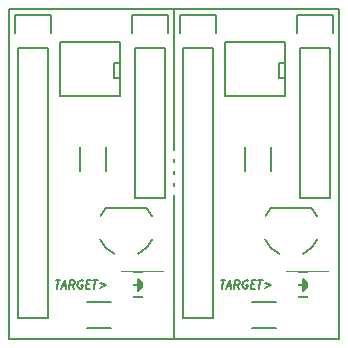
<source format=gbr>
%TF.GenerationSoftware,KiCad,Pcbnew,4.0.1+dfsg1-stable*%
%TF.CreationDate,2016-02-24T22:56:22+01:00*%
%TF.ProjectId,iotad,696F7461642E6B696361645F70636200,rev?*%
%TF.FileFunction,Legend,Top*%
%FSLAX46Y46*%
G04 Gerber Fmt 4.6, Leading zero omitted, Abs format (unit mm)*
G04 Created by KiCad (PCBNEW 4.0.1+dfsg1-stable) date Wed 24 Feb 2016 10:56:22 PM CET*
%MOMM*%
G01*
G04 APERTURE LIST*
%ADD10C,0.100000*%
%ADD11C,0.175000*%
%ADD12C,0.150000*%
%ADD13C,1.924000*%
%ADD14R,0.908000X1.543000*%
%ADD15R,2.100000X2.400000*%
%ADD16R,2.400000X2.100000*%
%ADD17R,2.432000X2.127200*%
%ADD18O,2.432000X2.127200*%
%ADD19R,1.997660X2.200860*%
G04 APERTURE END LIST*
D10*
D11*
X155057251Y-124584667D02*
X155457251Y-124584667D01*
X155169751Y-125284667D02*
X155257251Y-124584667D01*
X155594750Y-125084667D02*
X155928084Y-125084667D01*
X155503084Y-125284667D02*
X155823917Y-124584667D01*
X155969750Y-125284667D01*
X156603084Y-125284667D02*
X156411416Y-124951333D01*
X156203084Y-125284667D02*
X156290584Y-124584667D01*
X156557250Y-124584667D01*
X156619750Y-124618000D01*
X156648916Y-124651333D01*
X156673917Y-124718000D01*
X156661417Y-124818000D01*
X156619750Y-124884667D01*
X156582250Y-124918000D01*
X156511416Y-124951333D01*
X156244750Y-124951333D01*
X157353083Y-124618000D02*
X157290584Y-124584667D01*
X157190584Y-124584667D01*
X157086417Y-124618000D01*
X157011417Y-124684667D01*
X156969750Y-124751333D01*
X156919750Y-124884667D01*
X156907250Y-124984667D01*
X156923917Y-125118000D01*
X156948917Y-125184667D01*
X157007250Y-125251333D01*
X157103084Y-125284667D01*
X157169750Y-125284667D01*
X157273916Y-125251333D01*
X157311417Y-125218000D01*
X157340584Y-124984667D01*
X157207250Y-124984667D01*
X157648917Y-124918000D02*
X157882250Y-124918000D01*
X157936417Y-125284667D02*
X157603084Y-125284667D01*
X157690584Y-124584667D01*
X158023917Y-124584667D01*
X158223917Y-124584667D02*
X158623917Y-124584667D01*
X158336417Y-125284667D02*
X158423917Y-124584667D01*
X158828083Y-124818000D02*
X159336416Y-125018000D01*
X158778083Y-125218000D01*
X141087251Y-124584667D02*
X141487251Y-124584667D01*
X141199751Y-125284667D02*
X141287251Y-124584667D01*
X141624750Y-125084667D02*
X141958084Y-125084667D01*
X141533084Y-125284667D02*
X141853917Y-124584667D01*
X141999750Y-125284667D01*
X142633084Y-125284667D02*
X142441416Y-124951333D01*
X142233084Y-125284667D02*
X142320584Y-124584667D01*
X142587250Y-124584667D01*
X142649750Y-124618000D01*
X142678916Y-124651333D01*
X142703917Y-124718000D01*
X142691417Y-124818000D01*
X142649750Y-124884667D01*
X142612250Y-124918000D01*
X142541416Y-124951333D01*
X142274750Y-124951333D01*
X143383083Y-124618000D02*
X143320584Y-124584667D01*
X143220584Y-124584667D01*
X143116417Y-124618000D01*
X143041417Y-124684667D01*
X142999750Y-124751333D01*
X142949750Y-124884667D01*
X142937250Y-124984667D01*
X142953917Y-125118000D01*
X142978917Y-125184667D01*
X143037250Y-125251333D01*
X143133084Y-125284667D01*
X143199750Y-125284667D01*
X143303916Y-125251333D01*
X143341417Y-125218000D01*
X143370584Y-124984667D01*
X143237250Y-124984667D01*
X143678917Y-124918000D02*
X143912250Y-124918000D01*
X143966417Y-125284667D02*
X143633084Y-125284667D01*
X143720584Y-124584667D01*
X144053917Y-124584667D01*
X144253917Y-124584667D02*
X144653917Y-124584667D01*
X144366417Y-125284667D02*
X144453917Y-124584667D01*
X144858083Y-124818000D02*
X145366416Y-125018000D01*
X144808083Y-125218000D01*
D12*
X151130000Y-116332000D02*
X151130000Y-116586000D01*
X151130000Y-115316000D02*
X151130000Y-115570000D01*
X151130000Y-114300000D02*
X151130000Y-114554000D01*
X151130000Y-113538000D02*
X151130000Y-101600000D01*
X151130000Y-129540000D02*
X151130000Y-117348000D01*
X165100000Y-101600000D02*
X165100000Y-129540000D01*
X137160000Y-129540000D02*
X165100000Y-129540000D01*
X137160000Y-101600000D02*
X137160000Y-129540000D01*
X137160000Y-101600000D02*
X165100000Y-101600000D01*
X162036000Y-122342000D02*
G75*
G03X163236000Y-121142000I-1000000J2200000D01*
G01*
X160036001Y-122342000D02*
G75*
G02X158836000Y-121142000I999999J2200000D01*
G01*
X163223695Y-119145010D02*
G75*
G03X162736000Y-118442000I-2187695J-996990D01*
G01*
X158848305Y-119145010D02*
G75*
G02X159336000Y-118442000I2187695J-996990D01*
G01*
X162736000Y-118442000D02*
X159336000Y-118442000D01*
X160528000Y-108966000D02*
X155448000Y-108966000D01*
X155448000Y-108966000D02*
X155448000Y-104394000D01*
X155448000Y-104394000D02*
X160528000Y-104394000D01*
X160528000Y-104394000D02*
X160528000Y-108966000D01*
X160528000Y-107442000D02*
X160020000Y-107442000D01*
X160020000Y-107442000D02*
X160020000Y-106172000D01*
X160020000Y-106172000D02*
X160528000Y-106172000D01*
X157167000Y-115300000D02*
X157167000Y-113300000D01*
X159317000Y-113300000D02*
X159317000Y-115300000D01*
X157750000Y-126433000D02*
X159750000Y-126433000D01*
X159750000Y-128583000D02*
X157750000Y-128583000D01*
X164338000Y-104902000D02*
X164338000Y-117602000D01*
X164338000Y-117602000D02*
X161798000Y-117602000D01*
X161798000Y-117602000D02*
X161798000Y-104902000D01*
X164618000Y-102082000D02*
X164618000Y-103632000D01*
X164338000Y-104902000D02*
X161798000Y-104902000D01*
X161518000Y-103632000D02*
X161518000Y-102082000D01*
X161518000Y-102082000D02*
X164618000Y-102082000D01*
X154432000Y-104902000D02*
X154432000Y-127762000D01*
X154432000Y-127762000D02*
X151892000Y-127762000D01*
X151892000Y-127762000D02*
X151892000Y-104902000D01*
X154712000Y-102082000D02*
X154712000Y-103632000D01*
X154432000Y-104902000D02*
X151892000Y-104902000D01*
X151612000Y-103632000D02*
X151612000Y-102082000D01*
X151612000Y-102082000D02*
X154712000Y-102082000D01*
X164202000Y-123918000D02*
X160602000Y-123918000D01*
X164202000Y-126018000D02*
X160602000Y-126018000D01*
X162152000Y-125268000D02*
X162152000Y-124668000D01*
X162152000Y-124668000D02*
X162452000Y-124968000D01*
X162452000Y-124968000D02*
X162252000Y-125168000D01*
X162252000Y-125168000D02*
X162252000Y-124918000D01*
X162252000Y-124918000D02*
X162302000Y-124968000D01*
X162552000Y-125468000D02*
X162552000Y-124468000D01*
X162052000Y-124968000D02*
X161552000Y-124968000D01*
X162552000Y-124968000D02*
X162052000Y-125468000D01*
X162052000Y-125468000D02*
X162052000Y-124468000D01*
X162052000Y-124468000D02*
X162552000Y-124968000D01*
X150232000Y-123918000D02*
X146632000Y-123918000D01*
X150232000Y-126018000D02*
X146632000Y-126018000D01*
X148182000Y-125268000D02*
X148182000Y-124668000D01*
X148182000Y-124668000D02*
X148482000Y-124968000D01*
X148482000Y-124968000D02*
X148282000Y-125168000D01*
X148282000Y-125168000D02*
X148282000Y-124918000D01*
X148282000Y-124918000D02*
X148332000Y-124968000D01*
X148582000Y-125468000D02*
X148582000Y-124468000D01*
X148082000Y-124968000D02*
X147582000Y-124968000D01*
X148582000Y-124968000D02*
X148082000Y-125468000D01*
X148082000Y-125468000D02*
X148082000Y-124468000D01*
X148082000Y-124468000D02*
X148582000Y-124968000D01*
X140462000Y-104902000D02*
X140462000Y-127762000D01*
X140462000Y-127762000D02*
X137922000Y-127762000D01*
X137922000Y-127762000D02*
X137922000Y-104902000D01*
X140742000Y-102082000D02*
X140742000Y-103632000D01*
X140462000Y-104902000D02*
X137922000Y-104902000D01*
X137642000Y-103632000D02*
X137642000Y-102082000D01*
X137642000Y-102082000D02*
X140742000Y-102082000D01*
X150368000Y-104902000D02*
X150368000Y-117602000D01*
X150368000Y-117602000D02*
X147828000Y-117602000D01*
X147828000Y-117602000D02*
X147828000Y-104902000D01*
X150648000Y-102082000D02*
X150648000Y-103632000D01*
X150368000Y-104902000D02*
X147828000Y-104902000D01*
X147548000Y-103632000D02*
X147548000Y-102082000D01*
X147548000Y-102082000D02*
X150648000Y-102082000D01*
X143780000Y-126433000D02*
X145780000Y-126433000D01*
X145780000Y-128583000D02*
X143780000Y-128583000D01*
X143197000Y-115300000D02*
X143197000Y-113300000D01*
X145347000Y-113300000D02*
X145347000Y-115300000D01*
X146558000Y-108966000D02*
X141478000Y-108966000D01*
X141478000Y-108966000D02*
X141478000Y-104394000D01*
X141478000Y-104394000D02*
X146558000Y-104394000D01*
X146558000Y-104394000D02*
X146558000Y-108966000D01*
X146558000Y-107442000D02*
X146050000Y-107442000D01*
X146050000Y-107442000D02*
X146050000Y-106172000D01*
X146050000Y-106172000D02*
X146558000Y-106172000D01*
X148066000Y-122342000D02*
G75*
G03X149266000Y-121142000I-1000000J2200000D01*
G01*
X146066001Y-122342000D02*
G75*
G02X144866000Y-121142000I999999J2200000D01*
G01*
X149253695Y-119145010D02*
G75*
G03X148766000Y-118442000I-2187695J-996990D01*
G01*
X144878305Y-119145010D02*
G75*
G02X145366000Y-118442000I2187695J-996990D01*
G01*
X148766000Y-118442000D02*
X145366000Y-118442000D01*
%LPC*%
D13*
X161036000Y-122682000D03*
X158496000Y-120142000D03*
X163576000Y-120142000D03*
D14*
X159893000Y-109855000D03*
X158623000Y-109855000D03*
X157353000Y-109855000D03*
X156083000Y-109855000D03*
X156083000Y-103505000D03*
X157353000Y-103505000D03*
X158623000Y-103505000D03*
X159893000Y-103505000D03*
D15*
X158242000Y-112300000D03*
X158242000Y-116300000D03*
D16*
X160750000Y-127508000D03*
X156750000Y-127508000D03*
D17*
X163068000Y-103632000D03*
D18*
X163068000Y-106172000D03*
X163068000Y-108712000D03*
X163068000Y-111252000D03*
X163068000Y-113792000D03*
X163068000Y-116332000D03*
D17*
X153162000Y-103632000D03*
D18*
X153162000Y-106172000D03*
X153162000Y-108712000D03*
X153162000Y-111252000D03*
X153162000Y-113792000D03*
X153162000Y-116332000D03*
X153162000Y-118872000D03*
X153162000Y-121412000D03*
X153162000Y-123952000D03*
X153162000Y-126492000D03*
D19*
X160632140Y-124968000D03*
X163471860Y-124968000D03*
X146662140Y-124968000D03*
X149501860Y-124968000D03*
D17*
X139192000Y-103632000D03*
D18*
X139192000Y-106172000D03*
X139192000Y-108712000D03*
X139192000Y-111252000D03*
X139192000Y-113792000D03*
X139192000Y-116332000D03*
X139192000Y-118872000D03*
X139192000Y-121412000D03*
X139192000Y-123952000D03*
X139192000Y-126492000D03*
D17*
X149098000Y-103632000D03*
D18*
X149098000Y-106172000D03*
X149098000Y-108712000D03*
X149098000Y-111252000D03*
X149098000Y-113792000D03*
X149098000Y-116332000D03*
D16*
X146780000Y-127508000D03*
X142780000Y-127508000D03*
D15*
X144272000Y-112300000D03*
X144272000Y-116300000D03*
D14*
X145923000Y-109855000D03*
X144653000Y-109855000D03*
X143383000Y-109855000D03*
X142113000Y-109855000D03*
X142113000Y-103505000D03*
X143383000Y-103505000D03*
X144653000Y-103505000D03*
X145923000Y-103505000D03*
D13*
X147066000Y-122682000D03*
X144526000Y-120142000D03*
X149606000Y-120142000D03*
M02*

</source>
